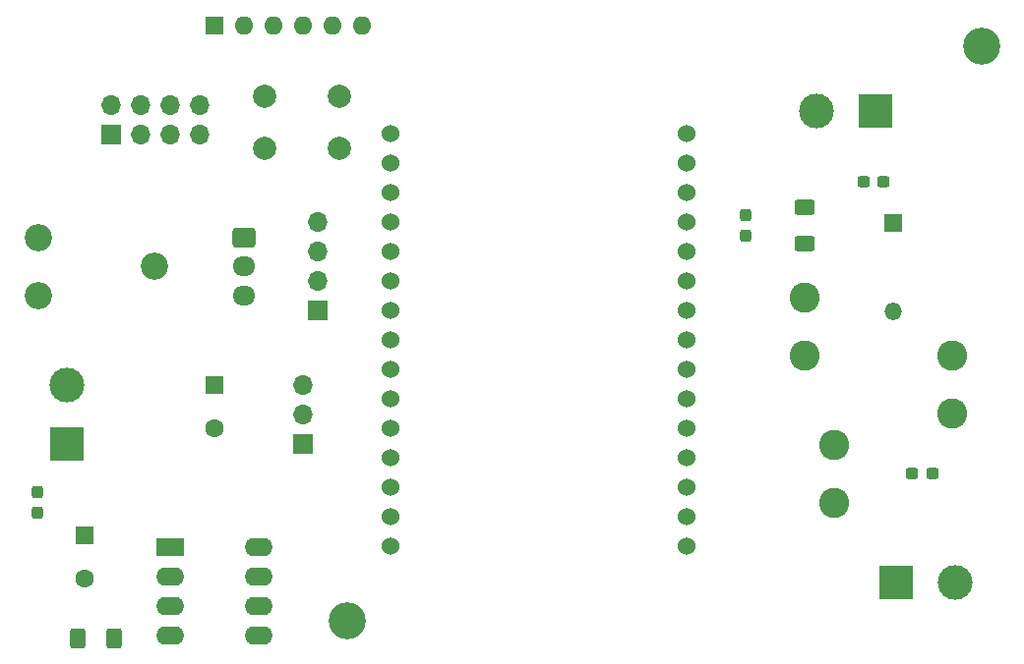
<source format=gbr>
%TF.GenerationSoftware,KiCad,Pcbnew,6.0.2+dfsg-1*%
%TF.CreationDate,2023-10-02T17:07:50+02:00*%
%TF.ProjectId,iop,696f702e-6b69-4636-9164-5f7063625858,rev?*%
%TF.SameCoordinates,Original*%
%TF.FileFunction,Soldermask,Top*%
%TF.FilePolarity,Negative*%
%FSLAX46Y46*%
G04 Gerber Fmt 4.6, Leading zero omitted, Abs format (unit mm)*
G04 Created by KiCad (PCBNEW 6.0.2+dfsg-1) date 2023-10-02 17:07:50*
%MOMM*%
%LPD*%
G01*
G04 APERTURE LIST*
G04 Aperture macros list*
%AMRoundRect*
0 Rectangle with rounded corners*
0 $1 Rounding radius*
0 $2 $3 $4 $5 $6 $7 $8 $9 X,Y pos of 4 corners*
0 Add a 4 corners polygon primitive as box body*
4,1,4,$2,$3,$4,$5,$6,$7,$8,$9,$2,$3,0*
0 Add four circle primitives for the rounded corners*
1,1,$1+$1,$2,$3*
1,1,$1+$1,$4,$5*
1,1,$1+$1,$6,$7*
1,1,$1+$1,$8,$9*
0 Add four rect primitives between the rounded corners*
20,1,$1+$1,$2,$3,$4,$5,0*
20,1,$1+$1,$4,$5,$6,$7,0*
20,1,$1+$1,$6,$7,$8,$9,0*
20,1,$1+$1,$8,$9,$2,$3,0*%
G04 Aperture macros list end*
%ADD10C,3.200000*%
%ADD11R,1.600000X1.600000*%
%ADD12O,1.600000X1.600000*%
%ADD13R,1.700000X1.700000*%
%ADD14O,1.700000X1.700000*%
%ADD15RoundRect,0.250000X-0.400000X-0.625000X0.400000X-0.625000X0.400000X0.625000X-0.400000X0.625000X0*%
%ADD16R,1.500000X1.500000*%
%ADD17O,1.500000X1.500000*%
%ADD18C,1.524000*%
%ADD19R,2.400000X1.600000*%
%ADD20O,2.400000X1.600000*%
%ADD21C,2.000000*%
%ADD22C,1.600000*%
%ADD23C,2.600000*%
%ADD24RoundRect,0.250000X-0.725000X0.600000X-0.725000X-0.600000X0.725000X-0.600000X0.725000X0.600000X0*%
%ADD25O,1.950000X1.700000*%
%ADD26R,3.000000X3.000000*%
%ADD27C,3.000000*%
%ADD28RoundRect,0.237500X0.237500X-0.300000X0.237500X0.300000X-0.237500X0.300000X-0.237500X-0.300000X0*%
%ADD29RoundRect,0.237500X0.300000X0.237500X-0.300000X0.237500X-0.300000X-0.237500X0.300000X-0.237500X0*%
%ADD30RoundRect,0.237500X-0.300000X-0.237500X0.300000X-0.237500X0.300000X0.237500X-0.300000X0.237500X0*%
%ADD31C,2.340000*%
%ADD32RoundRect,0.250000X-0.625000X0.400000X-0.625000X-0.400000X0.625000X-0.400000X0.625000X0.400000X0*%
G04 APERTURE END LIST*
D10*
%TO.C,mnt_hole*%
X87630000Y-160020000D03*
%TD*%
%TO.C,mnt_hole*%
X142240000Y-110490000D03*
%TD*%
D11*
%TO.C,RN1*%
X76200000Y-108712000D03*
D12*
X78740000Y-108712000D03*
X81280000Y-108712000D03*
X83820000Y-108712000D03*
X86360000Y-108712000D03*
X88900000Y-108712000D03*
%TD*%
D13*
%TO.C,J8*%
X83820000Y-144780000D03*
D14*
X83820000Y-142240000D03*
X83820000Y-139700000D03*
%TD*%
D15*
%TO.C,R5*%
X64490000Y-161544000D03*
X67590000Y-161544000D03*
%TD*%
D16*
%TO.C,D1*%
X134620000Y-125725000D03*
D17*
X134620000Y-133345000D03*
%TD*%
D18*
%TO.C,U1*%
X91390000Y-118100000D03*
X91390000Y-120640000D03*
X91390000Y-123180000D03*
X91390000Y-125720000D03*
X91390000Y-128260000D03*
X91390000Y-130800000D03*
X91390000Y-133340000D03*
X91390000Y-135880000D03*
X91390000Y-138420000D03*
X91390000Y-140960000D03*
X91390000Y-143500000D03*
X91390000Y-146040000D03*
X91390000Y-148580000D03*
X91390000Y-151120000D03*
X91390000Y-153660000D03*
X116890000Y-118100000D03*
X116890000Y-120640000D03*
X116890000Y-123180000D03*
X116890000Y-125720000D03*
X116890000Y-128260000D03*
X116890000Y-130800000D03*
X116890000Y-133340000D03*
X116890000Y-135880000D03*
X116890000Y-138420000D03*
X116890000Y-140960000D03*
X116890000Y-143500000D03*
X116890000Y-146040000D03*
X116890000Y-148580000D03*
X116890000Y-151120000D03*
X116890000Y-153660000D03*
%TD*%
D19*
%TO.C,U2*%
X72390000Y-153680000D03*
D20*
X72390000Y-156220000D03*
X72390000Y-158760000D03*
X72390000Y-161300000D03*
X80010000Y-161300000D03*
X80010000Y-158760000D03*
X80010000Y-156220000D03*
X80010000Y-153680000D03*
%TD*%
D21*
%TO.C,SW1*%
X80518000Y-114808000D03*
X87018000Y-114808000D03*
X87018000Y-119308000D03*
X80518000Y-119308000D03*
%TD*%
D11*
%TO.C,C4*%
X76200000Y-139700000D03*
D22*
X76200000Y-143500000D03*
%TD*%
D23*
%TO.C,L3*%
X139700000Y-137160000D03*
X139700000Y-142160000D03*
%TD*%
D24*
%TO.C,J2*%
X78740000Y-127000000D03*
D25*
X78740000Y-129500000D03*
X78740000Y-132000000D03*
%TD*%
D23*
%TO.C,L2*%
X127000000Y-137160000D03*
X127000000Y-132160000D03*
%TD*%
D13*
%TO.C,J5*%
X85090000Y-133340000D03*
D14*
X85090000Y-130800000D03*
X85090000Y-128260000D03*
X85090000Y-125720000D03*
%TD*%
D26*
%TO.C,J1*%
X133096000Y-116078000D03*
D27*
X128016000Y-116078000D03*
%TD*%
D13*
%TO.C,J7*%
X67320000Y-118115000D03*
D14*
X67320000Y-115575000D03*
X69860000Y-118115000D03*
X69860000Y-115575000D03*
X72400000Y-118115000D03*
X72400000Y-115575000D03*
X74940000Y-118115000D03*
X74940000Y-115575000D03*
%TD*%
D28*
%TO.C,C8*%
X60960000Y-150722500D03*
X60960000Y-148997500D03*
%TD*%
D26*
%TO.C,J3*%
X134874000Y-156718000D03*
D27*
X139954000Y-156718000D03*
%TD*%
D29*
%TO.C,C3*%
X133805000Y-122174000D03*
X132080000Y-122174000D03*
%TD*%
D11*
%TO.C,C7*%
X65024000Y-152654000D03*
D22*
X65024000Y-156454000D03*
%TD*%
D30*
%TO.C,C2*%
X136297500Y-147320000D03*
X138022500Y-147320000D03*
%TD*%
D23*
%TO.C,L1*%
X129540000Y-149860000D03*
X129540000Y-144860000D03*
%TD*%
D26*
%TO.C,J6*%
X63500000Y-144780000D03*
D27*
X63500000Y-139700000D03*
%TD*%
D31*
%TO.C,RV1*%
X61040000Y-132015000D03*
X71040000Y-129515000D03*
X61040000Y-127015000D03*
%TD*%
D32*
%TO.C,R3*%
X127000000Y-124434000D03*
X127000000Y-127534000D03*
%TD*%
D28*
%TO.C,C1*%
X121920000Y-126846500D03*
X121920000Y-125121500D03*
%TD*%
M02*

</source>
